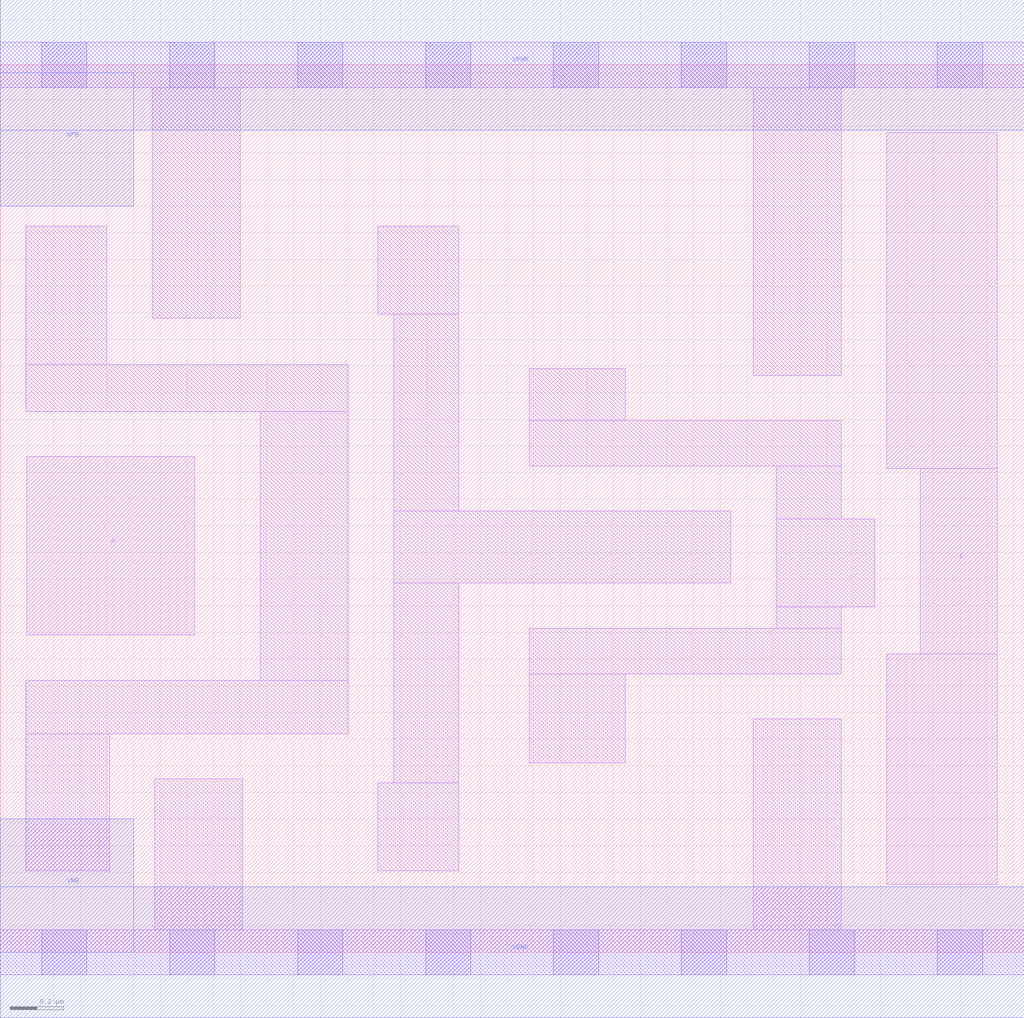
<source format=lef>
# Copyright 2020 The SkyWater PDK Authors
#
# Licensed under the Apache License, Version 2.0 (the "License");
# you may not use this file except in compliance with the License.
# You may obtain a copy of the License at
#
#     https://www.apache.org/licenses/LICENSE-2.0
#
# Unless required by applicable law or agreed to in writing, software
# distributed under the License is distributed on an "AS IS" BASIS,
# WITHOUT WARRANTIES OR CONDITIONS OF ANY KIND, either express or implied.
# See the License for the specific language governing permissions and
# limitations under the License.
#
# SPDX-License-Identifier: Apache-2.0

VERSION 5.5 ;
NAMESCASESENSITIVE ON ;
BUSBITCHARS "[]" ;
DIVIDERCHAR "/" ;
MACRO sky130_fd_sc_lp__dlygate4s50_1
  CLASS CORE ;
  SOURCE USER ;
  ORIGIN  0.000000  0.000000 ;
  SIZE  3.840000 BY  3.330000 ;
  SYMMETRY X Y R90 ;
  SITE unit ;
  PIN A
    ANTENNAGATEAREA  0.126000 ;
    DIRECTION INPUT ;
    USE SIGNAL ;
    PORT
      LAYER li1 ;
        RECT 0.100000 1.190000 0.730000 1.860000 ;
    END
  END A
  PIN X
    ANTENNADIFFAREA  0.556500 ;
    DIRECTION OUTPUT ;
    USE SIGNAL ;
    PORT
      LAYER li1 ;
        RECT 3.325000 0.255000 3.740000 1.120000 ;
        RECT 3.325000 1.815000 3.740000 3.075000 ;
        RECT 3.450000 1.120000 3.740000 1.815000 ;
    END
  END X
  PIN VGND
    DIRECTION INOUT ;
    USE GROUND ;
    PORT
      LAYER met1 ;
        RECT 0.000000 -0.245000 3.840000 0.245000 ;
    END
  END VGND
  PIN VNB
    DIRECTION INOUT ;
    USE GROUND ;
    PORT
      LAYER met1 ;
        RECT 0.000000 0.000000 0.500000 0.500000 ;
    END
  END VNB
  PIN VPB
    DIRECTION INOUT ;
    USE POWER ;
    PORT
      LAYER met1 ;
        RECT 0.000000 2.800000 0.500000 3.300000 ;
    END
  END VPB
  PIN VPWR
    DIRECTION INOUT ;
    USE POWER ;
    PORT
      LAYER met1 ;
        RECT 0.000000 3.085000 3.840000 3.575000 ;
    END
  END VPWR
  OBS
    LAYER li1 ;
      RECT 0.000000 -0.085000 3.840000 0.085000 ;
      RECT 0.000000  3.245000 3.840000 3.415000 ;
      RECT 0.095000  0.305000 0.410000 0.820000 ;
      RECT 0.095000  0.820000 1.305000 1.020000 ;
      RECT 0.095000  2.030000 1.305000 2.205000 ;
      RECT 0.095000  2.205000 0.400000 2.725000 ;
      RECT 0.570000  2.380000 0.900000 3.245000 ;
      RECT 0.580000  0.085000 0.910000 0.650000 ;
      RECT 0.975000  1.020000 1.305000 2.030000 ;
      RECT 1.415000  0.305000 1.720000 0.635000 ;
      RECT 1.415000  2.395000 1.720000 2.725000 ;
      RECT 1.475000  0.635000 1.720000 1.385000 ;
      RECT 1.475000  1.385000 2.740000 1.655000 ;
      RECT 1.475000  1.655000 1.720000 2.395000 ;
      RECT 1.985000  0.710000 2.345000 1.045000 ;
      RECT 1.985000  1.045000 3.155000 1.215000 ;
      RECT 1.985000  1.825000 3.155000 1.995000 ;
      RECT 1.985000  1.995000 2.345000 2.190000 ;
      RECT 2.825000  0.085000 3.155000 0.875000 ;
      RECT 2.825000  2.165000 3.155000 3.245000 ;
      RECT 2.910000  1.215000 3.155000 1.295000 ;
      RECT 2.910000  1.295000 3.280000 1.625000 ;
      RECT 2.910000  1.625000 3.155000 1.825000 ;
    LAYER mcon ;
      RECT 0.155000 -0.085000 0.325000 0.085000 ;
      RECT 0.155000  3.245000 0.325000 3.415000 ;
      RECT 0.635000 -0.085000 0.805000 0.085000 ;
      RECT 0.635000  3.245000 0.805000 3.415000 ;
      RECT 1.115000 -0.085000 1.285000 0.085000 ;
      RECT 1.115000  3.245000 1.285000 3.415000 ;
      RECT 1.595000 -0.085000 1.765000 0.085000 ;
      RECT 1.595000  3.245000 1.765000 3.415000 ;
      RECT 2.075000 -0.085000 2.245000 0.085000 ;
      RECT 2.075000  3.245000 2.245000 3.415000 ;
      RECT 2.555000 -0.085000 2.725000 0.085000 ;
      RECT 2.555000  3.245000 2.725000 3.415000 ;
      RECT 3.035000 -0.085000 3.205000 0.085000 ;
      RECT 3.035000  3.245000 3.205000 3.415000 ;
      RECT 3.515000 -0.085000 3.685000 0.085000 ;
      RECT 3.515000  3.245000 3.685000 3.415000 ;
  END
END sky130_fd_sc_lp__dlygate4s50_1

</source>
